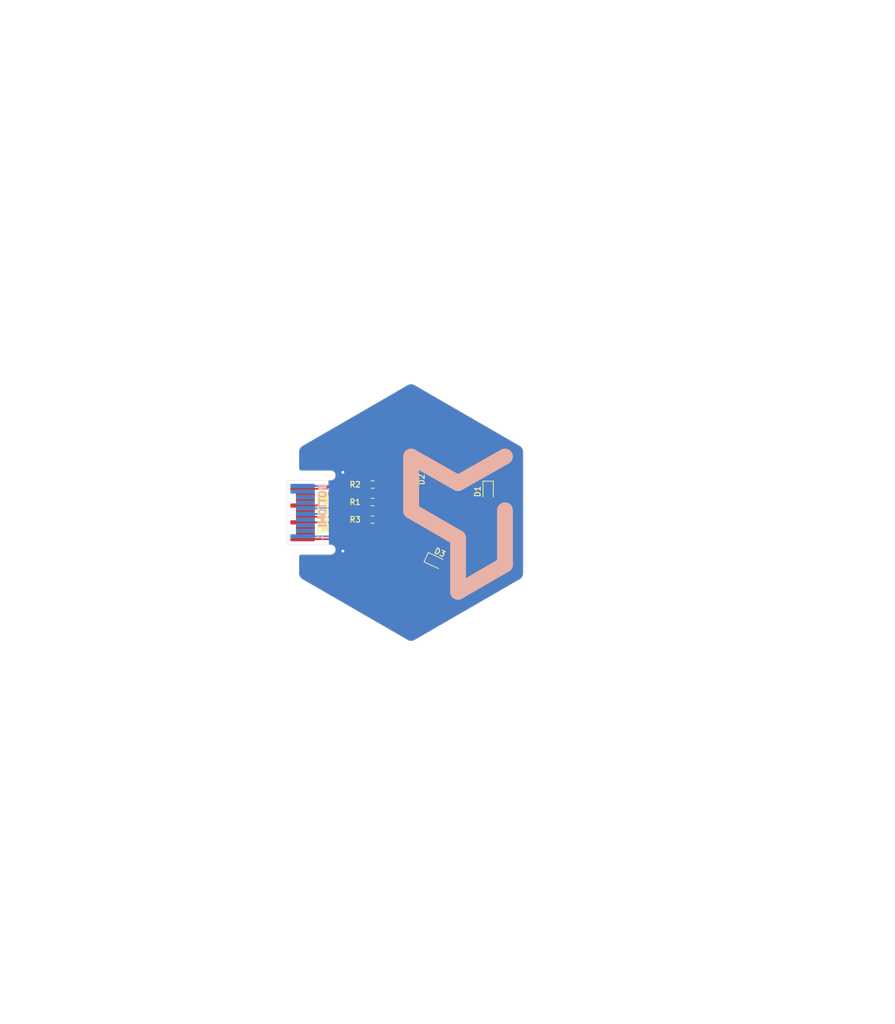
<source format=kicad_pcb>
(kicad_pcb (version 20240108) (generator "pcbnew") (generator_version "8.0")
  (layers (0 "F.Cu" signal) (31 "B.Cu" signal) (34 "B.Paste" user) (35 "F.Paste" user) (36 "B.SilkS" user "B.Silkscreen") (37 "F.SilkS" user "F.Silkscreen") (38 "B.Mask" user) (39 "F.Mask" user) (44 "Edge.Cuts" user))
  (net 0 "")
  (net 1 "/GND")
  (net 4 "/SDA")
  (net 5 "/SCL")
  (net 6 "/LS_C")
  (net 7 "/LS_D")
  (net 8 "/LS_E")
  (net 9 "/HS_F")
  (net 10 "/HS_G")
  (net 11 "/3V3")
  (net 12 "/HS_H")
  (net 13 "/HS_I")
  (net 14 "Net-(D1-A)")
  (net 15 "Net-(D2-A)")
  (net 16 "Net-(D3-A)")
  (footprint "tildagon:hexpansion-edge-connector" (layer "F.Cu") (at 98.25 100)
    (property "Reference" "J1" (hide yes))
    (property "Value" "Hexpansion-Connector" (hide yes))
    (fp_line (start 0 4.4) (end 0 -4.4) (stroke (width 0.05)) (layer "Edge.Cuts"))
    (fp_line (start 6.25 -6) (end 2 -6) (stroke (width 0.05)) (layer "Edge.Cuts"))
    (fp_line (start 6.25 -4.6) (end 0.2 -4.6) (stroke (width 0.05)) (layer "Edge.Cuts"))
    (fp_line (start 6.25 4.6) (end 0.2 4.6) (stroke (width 0.05)) (layer "Edge.Cuts"))
    (fp_line (start 6.25 6) (end 2 6) (stroke (width 0.05)) (layer "Edge.Cuts"))
    (fp_arc (start 0 -4.4) (mid 0.058579 -4.541421) (end 0.2 -4.6) (stroke (width 0.05)) (layer "Edge.Cuts"))
    (fp_arc (start 0.2 4.6) (mid 0.058579 4.541421) (end 0 4.4) (stroke (width 0.05)) (layer "Edge.Cuts"))
    (fp_arc (start 6.25 -6) (mid 6.744975 -5.794975) (end 6.95 -5.3) (stroke (width 0.05)) (layer "Edge.Cuts"))
    (fp_arc (start 6.25 4.6) (mid 6.744975 4.805025) (end 6.95 5.3) (stroke (width 0.05)) (layer "Edge.Cuts"))
    (fp_arc (start 6.95 -5.3) (mid 6.744975 -4.805025) (end 6.25 -4.6) (stroke (width 0.05)) (layer "Edge.Cuts"))
    (fp_arc (start 6.95 5.3) (mid 6.744975 5.794975) (end 6.25 6) (stroke (width 0.05)) (layer "Edge.Cuts"))
    (fp_text user "BOTTOM!" (at 5.7 -4.3 90) (layer "B.SilkS") (effects (font (thickness 0.25) (bold yes)) (justify left bottom mirror)))
    (fp_text user "1" (at 5.2 3.05 90) (layer "B.SilkS") (effects (font (size 0.8 0.8) (thickness 0.2) (bold yes)) (justify left bottom mirror)))
    (fp_text user "^ TOP ^" (at 5.8 2.85 90) (layer "F.SilkS" knockout) (effects (font (thickness 0.25) (bold yes)) (justify left bottom)))
    (pad "1" smd roundrect (at 2.25 3.4) (size 3.5 0.6) (layers "B.Cu" "B.Mask") (net 1 "/GND"))
    (pad "2" smd roundrect (at 2.65 2.6) (size 2.7 0.6) (layers "B.Cu" "B.Mask"))
    (pad "3" smd roundrect (at 2.65 1.8) (size 2.7 0.6) (layers "B.Cu" "B.Mask"))
    (pad "4" smd roundrect (at 2.65 1) (size 2.7 0.6) (layers "B.Cu" "B.Mask") (net 4 "/SDA"))
    (pad "5" smd roundrect (at 2.65 0.2) (size 2.7 0.6) (layers "B.Cu" "B.Mask") (net 5 "/SCL"))
    (pad "6" smd roundrect (at 2.65 -0.6) (size 2.7 0.6) (layers "B.Cu" "B.Mask") (net 1 "/GND"))
    (pad "7" smd roundrect (at 2.65 -1.4) (size 2.7 0.6) (layers "B.Cu" "B.Mask") (net 6 "/LS_C"))
    (pad "8" smd roundrect (at 2.65 -2.2) (size 2.7 0.6) (layers "B.Cu" "B.Mask") (net 7 "/LS_D"))
    (pad "9" smd roundrect (at 2.25 -3) (size 3.5 0.6) (layers "B.Cu" "B.Mask") (net 8 "/LS_E"))
    (pad "10" smd roundrect (at 2.25 -3.8) (size 3.5 0.6) (layers "B.Cu" "B.Mask") (net 1 "/GND"))
    (pad "11" smd roundrect (at 2.25 -3.4 180) (size 3.5 0.6) (layers "F.Cu" "F.Mask") (net 1 "/GND"))
    (pad "12" smd roundrect (at 2.65 -2.6 180) (size 2.7 0.6) (layers "F.Cu" "F.Mask") (net 9 "/HS_F"))
    (pad "13" smd roundrect (at 2.65 -1.8 180) (size 2.7 0.6) (layers "F.Cu" "F.Mask") (net 10 "/HS_G"))
    (pad "14" smd roundrect (at 2.25 -1 180) (size 3.5 0.6) (layers "F.Cu" "F.Mask") (net 1 "/GND"))
    (pad "15" smd roundrect (at 2.65 -0.2 180) (size 2.7 0.6) (layers "F.Cu" "F.Mask") (net 11 "/3V3"))
    (pad "16" smd roundrect (at 2.65 0.6 180) (size 2.7 0.6) (layers "F.Cu" "F.Mask") (net 11 "/3V3"))
    (pad "17" smd roundrect (at 2.25 1.4 180) (size 3.5 0.6) (layers "F.Cu" "F.Mask") (net 1 "/GND"))
    (pad "18" smd roundrect (at 2.65 2.2 180) (size 2.7 0.6) (layers "F.Cu" "F.Mask") (net 12 "/HS_H"))
    (pad "19" smd roundrect (at 2.65 3 180) (size 2.7 0.6) (layers "F.Cu" "F.Mask") (net 13 "/HS_I"))
    (pad "20" smd roundrect (at 2.25 3.8 180) (size 3.5 0.6) (layers "F.Cu" "F.Mask") (net 1 "/GND"))
  )
  (footprint "LED_SMD:LED_0603_1608Metric" (layer "F.Cu") (at 127 97 -90)
    (property "Reference" "D1" (at 0 1.5 -90) (layer "F.SilkS") (effects (font (size 0.8 0.8))))
    (property "Value" "LED")
    (fp_line (start -1.485 0.735) (end 0.8 0.735) (stroke (width 0.12)) (layer "F.SilkS"))
    (fp_line (start -1.485 -0.735) (end -1.485 0.735) (stroke (width 0.12)) (layer "F.SilkS"))
    (fp_line (start 0.8 -0.735) (end -1.485 -0.735) (stroke (width 0.12)) (layer "F.SilkS"))
    (pad "1" smd roundrect (at -0.7875 0 270) (size 0.875 0.95) (layers "F.Cu" "F.Paste" "F.Mask") (net 1 "/GND"))
    (pad "2" smd roundrect (at 0.7875 0 270) (size 0.875 0.95) (layers "F.Cu" "F.Paste" "F.Mask") (net 14 "Net-(D1-A)"))
  )
  (footprint "Resistor_SMD:R_0603_1608Metric" (layer "F.Cu") (at 110.5 96)
    (property "Reference" "R2" (at -2.5 0 0) (layer "F.SilkS") (effects (font (size 0.8 0.8))))
    (property "Value" "R")
    (fp_line (start -0.237258 -0.5225) (end 0.237258 -0.5225) (stroke (width 0.12)) (layer "F.SilkS"))
    (fp_line (start -0.237258 0.5225) (end 0.237258 0.5225) (stroke (width 0.12)) (layer "F.SilkS"))
    (pad "1" smd roundrect (at -0.825 0) (size 0.8 0.95) (layers "F.Cu" "F.Paste" "F.Mask") (net 11 "/3V3"))
    (pad "2" smd roundrect (at 0.825 0) (size 0.8 0.95) (layers "F.Cu" "F.Paste" "F.Mask") (net 15 "Net-(D2-A)"))
  )
  (footprint "Resistor_SMD:R_0603_1608Metric" (layer "F.Cu") (at 110.5 98.5)
    (property "Reference" "R1" (at -2.5 0 0) (layer "F.SilkS") (effects (font (size 0.8 0.8))))
    (property "Value" "R")
    (fp_line (start -0.237258 -0.5225) (end 0.237258 -0.5225) (stroke (width 0.12)) (layer "F.SilkS"))
    (fp_line (start -0.237258 0.5225) (end 0.237258 0.5225) (stroke (width 0.12)) (layer "F.SilkS"))
    (pad "1" smd roundrect (at -0.825 0) (size 0.8 0.95) (layers "F.Cu" "F.Paste" "F.Mask") (net 11 "/3V3"))
    (pad "2" smd roundrect (at 0.825 0) (size 0.8 0.95) (layers "F.Cu" "F.Paste" "F.Mask") (net 14 "Net-(D1-A)"))
  )
  (footprint "Resistor_SMD:R_0603_1608Metric" (layer "F.Cu") (at 110.5 101)
    (property "Reference" "R3" (at -2.5 0 0) (layer "F.SilkS") (effects (font (size 0.8 0.8))))
    (property "Value" "R")
    (fp_line (start -0.237258 -0.5225) (end 0.237258 -0.5225) (stroke (width 0.12)) (layer "F.SilkS"))
    (fp_line (start -0.237258 0.5225) (end 0.237258 0.5225) (stroke (width 0.12)) (layer "F.SilkS"))
    (pad "1" smd roundrect (at -0.825 0) (size 0.8 0.95) (layers "F.Cu" "F.Paste" "F.Mask") (net 11 "/3V3"))
    (pad "2" smd roundrect (at 0.825 0) (size 0.8 0.95) (layers "F.Cu" "F.Paste" "F.Mask") (net 16 "Net-(D3-A)"))
  )
  (footprint "LED_SMD:LED_0603_1608Metric" (layer "F.Cu") (at 116 95.2875 -90)
    (property "Reference" "D2" (at 0 -1.5 90) (layer "F.SilkS") (effects (font (size 0.8 0.8))))
    (property "Value" "LED")
    (fp_line (start -1.485 0.735) (end 0.8 0.735) (stroke (width 0.12)) (layer "F.SilkS"))
    (fp_line (start -1.485 -0.735) (end -1.485 0.735) (stroke (width 0.12)) (layer "F.SilkS"))
    (fp_line (start 0.8 -0.735) (end -1.485 -0.735) (stroke (width 0.12)) (layer "F.SilkS"))
    (pad "1" smd roundrect (at -0.7875 0 270) (size 0.875 0.95) (layers "F.Cu" "F.Paste" "F.Mask") (net 1 "/GND"))
    (pad "2" smd roundrect (at 0.7875 0 270) (size 0.875 0.95) (layers "F.Cu" "F.Paste" "F.Mask") (net 15 "Net-(D2-A)"))
  )
  (footprint "LED_SMD:LED_0603_1608Metric" (layer "F.Cu") (at 119.5 107 -25)
    (property "Reference" "D3" (at 0 -1.43 -25) (layer "F.SilkS") (effects (font (size 0.8 0.8))))
    (property "Value" "LED")
    (fp_line (start -1.485001 0.735) (end 0.8 0.735) (stroke (width 0.12)) (layer "F.SilkS"))
    (fp_line (start -1.485 -0.735) (end -1.485001 0.735) (stroke (width 0.12)) (layer "F.SilkS"))
    (fp_line (start 0.800001 -0.735) (end -1.485 -0.735) (stroke (width 0.12)) (layer "F.SilkS"))
    (pad "1" smd roundrect (at -0.7875 0 335) (size 0.875 0.95) (layers "F.Cu" "F.Paste" "F.Mask") (net 1 "/GND"))
    (pad "2" smd roundrect (at 0.7875 0 335) (size 0.875 0.95) (layers "F.Cu" "F.Paste" "F.Mask") (net 16 "Net-(D3-A)"))
  )
  (gr_line (start 129.403599 99.674375) (end 129.403599 107.429535) (stroke (width 2.268305) (color 255 117 69 1)) (layer "B.SilkS"))
  (gr_line (start 122.701799 103.632737) (end 116 99.755155) (stroke (width 2.268305) (color 255 117 69 1)) (layer "B.SilkS"))
  (gr_line (start 122.7018 95.796798) (end 129.403599 92) (stroke (width 2.268305) (color 255 117 69 1)) (layer "B.SilkS"))
  (gr_line (start 116 92) (end 122.7018 95.796798) (stroke (width 2.268305) (color 255 117 69 1)) (layer "B.SilkS"))
  (gr_line (start 129.403599 107.429535) (end 122.701799 111.307111) (stroke (width 2.268305) (color 255 117 69 1)) (layer "B.SilkS"))
  (gr_line (start 122.701799 111.307111) (end 122.701799 103.632737) (stroke (width 2.268305) (color 255 117 69 1)) (layer "B.SilkS"))
  (gr_line (start 116 99.755155) (end 116 92) (stroke (width 2.268305) (color 255 117 69 1)) (layer "B.SilkS"))
  (gr_line (start 100.5 90.473725) (end 115.499995 81.813472) (stroke (width 0.05)) (layer "Edge.Cuts"))
  (gr_arc (start 131.499989 90.473725) (mid 131.866015 90.83975) (end 131.999989 91.33975) (stroke (width 0.05)) (layer "Edge.Cuts"))
  (gr_arc (start 100.25 94) (mid 100.073223 93.926777) (end 100 93.75) (stroke (width 0.1)) (layer "Edge.Cuts"))
  (gr_arc (start 115.499995 81.813472) (mid 115.999995 81.679497) (end 116.499995 81.813472) (stroke (width 0.05)) (layer "Edge.Cuts"))
  (gr_line (start 100.5 109.526269) (end 115.499995 118.186522) (stroke (width 0.05)) (layer "Edge.Cuts"))
  (gr_line (start 131.999989 91.33975) (end 131.999989 108.660243) (stroke (width 0.05)) (layer "Edge.Cuts"))
  (gr_line (start 100 93.75) (end 100 91.33975) (stroke (width 0.05)) (layer "Edge.Cuts"))
  (gr_arc (start 100 91.33975) (mid 100.133975 90.83975) (end 100.5 90.473725) (stroke (width 0.05)) (layer "Edge.Cuts"))
  (gr_line (start 100 106.25) (end 100 108.660243) (stroke (width 0.05)) (layer "Edge.Cuts"))
  (gr_line (start 116.499995 81.813472) (end 131.499989 90.473725) (stroke (width 0.05)) (layer "Edge.Cuts"))
  (gr_arc (start 100 106.25) (mid 100.073223 106.073223) (end 100.25 106) (stroke (width 0.1)) (layer "Edge.Cuts"))
  (gr_arc (start 100.5 109.526269) (mid 100.133975 109.160243) (end 100 108.660243) (stroke (width 0.05)) (layer "Edge.Cuts"))
  (gr_arc (start 131.999989 108.660243) (mid 131.866015 109.160243) (end 131.499989 109.526269) (stroke (width 0.05)) (layer "Edge.Cuts"))
  (gr_arc (start 116.499995 118.186522) (mid 115.999995 118.320497) (end 115.499995 118.186522) (stroke (width 0.05)) (layer "Edge.Cuts"))
  (gr_line (start 116.499995 118.186522) (end 131.499989 109.526269) (stroke (width 0.05)) (layer "Edge.Cuts"))
  (segment (start 105 96.5) (end 105 95.5) (width 0.25) (layer "F.Cu") (net 1))
  (segment (start 104.55 103.8) (end 106.25 105.5) (width 0.25) (layer "F.Cu") (net 1))
  (segment (start 103.9 96.6) (end 105 95.5) (width 0.25) (layer "F.Cu") (net 1))
  (segment (start 100.5 103.8) (end 104.55 103.8) (width 0.25) (layer "F.Cu") (net 1))
  (segment (start 105.9 101.4) (end 106 101.5) (width 0.25) (layer "F.Cu") (net 1))
  (segment (start 100.5 99) (end 102.5 99) (width 0.25) (layer "F.Cu") (net 1))
  (segment (start 102.5 99) (end 105 96.5) (width 0.25) (layer "F.Cu") (net 1))
  (segment (start 105 95.5) (end 106.25 94.25) (width 0.25) (layer "F.Cu") (net 1))
  (segment (start 100.5 101.4) (end 105.9 101.4) (width 0.25) (layer "F.Cu") (net 1))
  (segment (start 100.5 96.6) (end 103.9 96.6) (width 0.25) (layer "F.Cu") (net 1))
  (via (at 106.25 105.5) (size 0.8) (drill 0.4) (layers "F.Cu" "B.Cu") (net 1))
  (via (at 106.25 94.25) (size 0.8) (drill 0.4) (layers "F.Cu" "B.Cu") (net 1))
  (segment (start 105.7 96.2) (end 106 96.5) (width 0.25) (layer "B.Cu") (net 1))
  (segment (start 105.9 99.4) (end 106 99.5) (width 0.25) (layer "B.Cu") (net 1))
  (segment (start 105.6 103.4) (end 106 103) (width 0.25) (layer "B.Cu") (net 1))
  (segment (start 100.5 96.2) (end 105.7 96.2) (width 0.25) (layer "B.Cu") (net 1))
  (segment (start 100.9 99.4) (end 105.9 99.4) (width 0.25) (layer "B.Cu") (net 1))
  (segment (start 100.5 103.4) (end 105.6 103.4) (width 0.25) (layer "B.Cu") (net 1))
  (segment (start 103.26 100.2) (end 100.9 100.2) (width 0.25) (layer "B.Cu") (net 5))
  (segment (start 103.5 99.96) (end 103.26 100.2) (width 0.25) (layer "B.Cu") (net 5))
  (segment (start 109.675 101) (end 109.675 96) (width 0.25) (layer "F.Cu") (net 11))
  (segment (start 100.9 99.8) (end 100.9 100.6) (width 0.25) (layer "F.Cu") (net 11))
  (segment (start 107.1 100.6) (end 107.5 101) (width 0.25) (layer "F.Cu") (net 11))
  (segment (start 100.9 100.6) (end 107.1 100.6) (width 0.25) (layer "F.Cu") (net 11))
  (segment (start 107.5 101) (end 109.675 101) (width 0.25) (layer "F.Cu") (net 11))
  (segment (start 112.275 97.55) (end 111.325 98.5) (width 0.25) (layer "F.Cu") (net 14))
  (segment (start 126.7625 97.55) (end 112.275 97.55) (width 0.25) (layer "F.Cu") (net 14))
  (segment (start 127 97.7875) (end 126.7625 97.55) (width 0.25) (layer "F.Cu") (net 14))
  (segment (start 111.4 96.075) (end 111.325 96) (width 0.25) (layer "F.Cu") (net 15))
  (segment (start 116 96.075) (end 111.4 96.075) (width 0.25) (layer "F.Cu") (net 15))
  (segment (start 111.325 100.675) (end 111.325 101) (width 0.25) (layer "F.Cu") (net 16))
  (segment (start 114 98) (end 111.325 100.675) (width 0.25) (layer "F.Cu") (net 16))
  (segment (start 120.213717 107.332812) (end 120.213717 106.808708) (width 0.25) (layer "F.Cu") (net 16))
  (segment (start 120.5 106.522425) (end 120.5 100) (width 0.25) (layer "F.Cu") (net 16))
  (segment (start 118.5 98) (end 114 98) (width 0.25) (layer "F.Cu") (net 16))
  (segment (start 120.5 100) (end 118.5 98) (width 0.25) (layer "F.Cu") (net 16))
  (segment (start 120.213717 106.808708) (end 120.5 106.522425) (width 0.25) (layer "F.Cu") (net 16))
  (zone (net 1) (net_name "/GND") (layers "F&B.Cu") (connect_pads (clearance 0.5)) (min_thickness 0.25) (fill yes (thermal_gap 0.5) (thermal_bridge_width 0.5))
    (polygon (pts (xy 57.275 160.275) (xy 59.675 28.2) (xy 137.95 26.825) (xy 175.875 98.55) (xy 150.725 173.025) (xy 109.325 169.925)))
  )
  (zone (net 0) (net_name "") (layers "F&B.Cu") (connect_pads (clearance 0)) (min_thickness 0.25)
    (keepout (tracks allowed) (vias allowed) (pads allowed) (copperpour not_allowed) (footprints allowed))
    (fill (thermal_gap 0.5) (thermal_bridge_width 0.5))
    (polygon (pts (xy 98.25 95.01) (xy 104.2 95.01) (xy 104.27 105.08) (xy 98.25 105.1)))
  )
)
</source>
